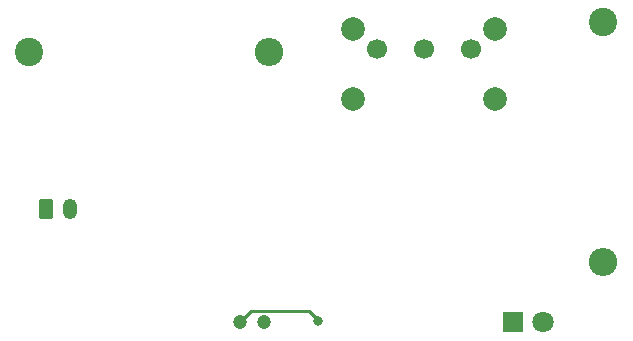
<source format=gbr>
%TF.GenerationSoftware,KiCad,Pcbnew,(6.0.10)*%
%TF.CreationDate,2023-02-17T09:20:17-08:00*%
%TF.ProjectId,Exercise I,45786572-6369-4736-9520-492e6b696361,rev?*%
%TF.SameCoordinates,Original*%
%TF.FileFunction,Copper,L2,Bot*%
%TF.FilePolarity,Positive*%
%FSLAX46Y46*%
G04 Gerber Fmt 4.6, Leading zero omitted, Abs format (unit mm)*
G04 Created by KiCad (PCBNEW (6.0.10)) date 2023-02-17 09:20:17*
%MOMM*%
%LPD*%
G01*
G04 APERTURE LIST*
G04 Aperture macros list*
%AMRoundRect*
0 Rectangle with rounded corners*
0 $1 Rounding radius*
0 $2 $3 $4 $5 $6 $7 $8 $9 X,Y pos of 4 corners*
0 Add a 4 corners polygon primitive as box body*
4,1,4,$2,$3,$4,$5,$6,$7,$8,$9,$2,$3,0*
0 Add four circle primitives for the rounded corners*
1,1,$1+$1,$2,$3*
1,1,$1+$1,$4,$5*
1,1,$1+$1,$6,$7*
1,1,$1+$1,$8,$9*
0 Add four rect primitives between the rounded corners*
20,1,$1+$1,$2,$3,$4,$5,0*
20,1,$1+$1,$4,$5,$6,$7,0*
20,1,$1+$1,$6,$7,$8,$9,0*
20,1,$1+$1,$8,$9,$2,$3,0*%
G04 Aperture macros list end*
%TA.AperFunction,ComponentPad*%
%ADD10C,1.200000*%
%TD*%
%TA.AperFunction,ComponentPad*%
%ADD11R,1.800000X1.800000*%
%TD*%
%TA.AperFunction,ComponentPad*%
%ADD12C,1.800000*%
%TD*%
%TA.AperFunction,ComponentPad*%
%ADD13C,2.400000*%
%TD*%
%TA.AperFunction,ComponentPad*%
%ADD14O,2.400000X2.400000*%
%TD*%
%TA.AperFunction,ComponentPad*%
%ADD15C,2.000000*%
%TD*%
%TA.AperFunction,ComponentPad*%
%ADD16C,1.700000*%
%TD*%
%TA.AperFunction,ComponentPad*%
%ADD17RoundRect,0.250000X-0.350000X-0.625000X0.350000X-0.625000X0.350000X0.625000X-0.350000X0.625000X0*%
%TD*%
%TA.AperFunction,ComponentPad*%
%ADD18O,1.200000X1.750000*%
%TD*%
%TA.AperFunction,ViaPad*%
%ADD19C,0.800000*%
%TD*%
%TA.AperFunction,Conductor*%
%ADD20C,0.254000*%
%TD*%
G04 APERTURE END LIST*
D10*
%TO.P,C1,1*%
%TO.N,Net-(C1-Pad1)*%
X128740000Y-101600000D03*
%TO.P,C1,2*%
%TO.N,Net-(C1-Pad2)*%
X126740000Y-101600000D03*
%TD*%
D11*
%TO.P,D1,1,K*%
%TO.N,Net-(C1-Pad2)*%
X149860000Y-101600000D03*
D12*
%TO.P,D1,2,A*%
%TO.N,Net-(D1-Pad2)*%
X152400000Y-101600000D03*
%TD*%
D13*
%TO.P,R2,1*%
%TO.N,Net-(R2-Pad1)*%
X108860000Y-78740000D03*
D14*
%TO.P,R2,2*%
%TO.N,Net-(R2-Pad2)*%
X129180000Y-78740000D03*
%TD*%
D15*
%TO.P,SW1,*%
%TO.N,*%
X148282500Y-82737500D03*
X148282500Y-76737500D03*
X136282500Y-82737500D03*
X136282500Y-76737500D03*
D16*
%TO.P,SW1,1,A*%
%TO.N,unconnected-(SW1-Pad1)*%
X138282500Y-78487500D03*
%TO.P,SW1,2,B*%
%TO.N,Net-(R2-Pad2)*%
X142282500Y-78487500D03*
%TO.P,SW1,3,C*%
%TO.N,Net-(C1-Pad1)*%
X146282500Y-78487500D03*
%TD*%
D13*
%TO.P,R1,1*%
%TO.N,Net-(C1-Pad1)*%
X157480000Y-76200000D03*
D14*
%TO.P,R1,2*%
%TO.N,Net-(D1-Pad2)*%
X157480000Y-96520000D03*
%TD*%
D17*
%TO.P,V1,1,Pin_1*%
%TO.N,Net-(R2-Pad1)*%
X110310000Y-91990000D03*
D18*
%TO.P,V1,2,Pin_2*%
%TO.N,Net-(C1-Pad2)*%
X112310000Y-91990000D03*
%TD*%
D19*
%TO.N,Net-(C1-Pad2)*%
X133350000Y-101473000D03*
%TD*%
D20*
%TO.N,Net-(C1-Pad2)*%
X132550000Y-100673000D02*
X133413500Y-101536500D01*
X132550000Y-100673000D02*
X127667000Y-100673000D01*
X127667000Y-100673000D02*
X126740000Y-101600000D01*
%TD*%
M02*

</source>
